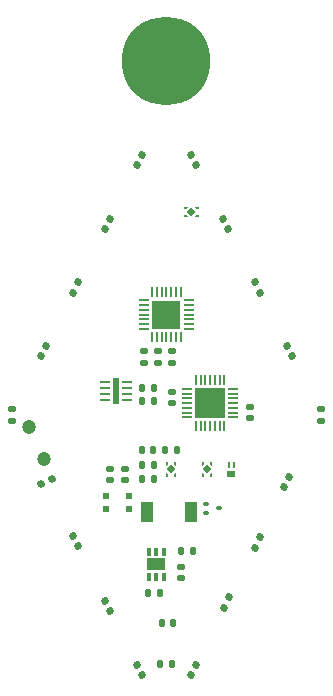
<source format=gbr>
%TF.GenerationSoftware,KiCad,Pcbnew,8.0.3*%
%TF.CreationDate,2024-06-16T19:36:31+02:00*%
%TF.ProjectId,jewelled_lc1,6a657765-6c6c-4656-945f-6c63312e6b69,rev?*%
%TF.SameCoordinates,Original*%
%TF.FileFunction,Soldermask,Top*%
%TF.FilePolarity,Negative*%
%FSLAX45Y45*%
G04 Gerber Fmt 4.5, Leading zero omitted, Abs format (unit mm)*
G04 Created by KiCad (PCBNEW 8.0.3) date 2024-06-16 19:36:31*
%MOMM*%
%LPD*%
G01*
G04 APERTURE LIST*
G04 Aperture macros list*
%AMRoundRect*
0 Rectangle with rounded corners*
0 $1 Rounding radius*
0 $2 $3 $4 $5 $6 $7 $8 $9 X,Y pos of 4 corners*
0 Add a 4 corners polygon primitive as box body*
4,1,4,$2,$3,$4,$5,$6,$7,$8,$9,$2,$3,0*
0 Add four circle primitives for the rounded corners*
1,1,$1+$1,$2,$3*
1,1,$1+$1,$4,$5*
1,1,$1+$1,$6,$7*
1,1,$1+$1,$8,$9*
0 Add four rect primitives between the rounded corners*
20,1,$1+$1,$2,$3,$4,$5,0*
20,1,$1+$1,$4,$5,$6,$7,0*
20,1,$1+$1,$6,$7,$8,$9,0*
20,1,$1+$1,$8,$9,$2,$3,0*%
%AMRotRect*
0 Rectangle, with rotation*
0 The origin of the aperture is its center*
0 $1 length*
0 $2 width*
0 $3 Rotation angle, in degrees counterclockwise*
0 Add horizontal line*
21,1,$1,$2,0,0,$3*%
%AMFreePoly0*
4,1,5,0.110000,-0.125000,-0.110000,-0.125000,-0.110000,0.125000,0.360000,0.125000,0.110000,-0.125000,0.110000,-0.125000,$1*%
%AMFreePoly1*
4,1,6,0.290000,-0.055000,0.290000,-0.125000,-0.110000,-0.125000,-0.110000,0.125000,0.110000,0.125000,0.290000,-0.055000,0.290000,-0.055000,$1*%
%AMFreePoly2*
4,1,7,0.110000,-0.125000,-0.110000,-0.125000,-0.290000,-0.125000,-0.290000,-0.055000,-0.110000,0.125000,0.110000,0.125000,0.110000,-0.125000,0.110000,-0.125000,$1*%
%AMFreePoly3*
4,1,6,0.110000,-0.125000,-0.110000,-0.125000,-0.290000,0.055000,-0.290000,0.125000,0.110000,0.125000,0.110000,-0.125000,0.110000,-0.125000,$1*%
G04 Aperture macros list end*
%ADD10RoundRect,0.147500X0.220286X-0.054649X0.088197X0.209126X-0.220286X0.054649X-0.088197X-0.209126X0*%
%ADD11RoundRect,0.100000X-0.125000X-0.100000X0.125000X-0.100000X0.125000X0.100000X-0.125000X0.100000X0*%
%ADD12R,0.350000X0.650000*%
%ADD13R,1.600000X1.000000*%
%ADD14RoundRect,0.147500X0.088197X-0.209126X0.220286X0.054649X-0.088197X0.209126X-0.220286X-0.054649X0*%
%ADD15RoundRect,0.147500X0.172500X-0.147500X0.172500X0.147500X-0.172500X0.147500X-0.172500X-0.147500X0*%
%ADD16RoundRect,0.135000X-0.135000X-0.185000X0.135000X-0.185000X0.135000X0.185000X-0.135000X0.185000X0*%
%ADD17RoundRect,0.140000X0.170000X-0.140000X0.170000X0.140000X-0.170000X0.140000X-0.170000X-0.140000X0*%
%ADD18FreePoly0,270.000000*%
%ADD19FreePoly1,270.000000*%
%ADD20FreePoly2,270.000000*%
%ADD21FreePoly3,270.000000*%
%ADD22RotRect,0.480000X0.480000X315.000000*%
%ADD23RoundRect,0.140000X-0.170000X0.140000X-0.170000X-0.140000X0.170000X-0.140000X0.170000X0.140000X0*%
%ADD24RoundRect,0.140000X-0.140000X-0.170000X0.140000X-0.170000X0.140000X0.170000X-0.140000X0.170000X0*%
%ADD25RoundRect,0.135000X-0.185000X0.135000X-0.185000X-0.135000X0.185000X-0.135000X0.185000X0.135000X0*%
%ADD26R,0.200000X0.500000*%
%ADD27R,0.650000X0.500000*%
%ADD28RoundRect,0.147500X0.054649X0.220286X-0.209126X0.088197X-0.054649X-0.220286X0.209126X-0.088197X0*%
%ADD29RoundRect,0.135000X0.135000X0.185000X-0.135000X0.185000X-0.135000X-0.185000X0.135000X-0.185000X0*%
%ADD30C,4.700000*%
%ADD31C,7.500000*%
%ADD32RoundRect,0.062500X-0.372500X-0.062500X0.372500X-0.062500X0.372500X0.062500X-0.372500X0.062500X0*%
%ADD33R,0.610000X2.200000*%
%ADD34FreePoly0,0.000000*%
%ADD35FreePoly1,0.000000*%
%ADD36FreePoly2,0.000000*%
%ADD37FreePoly3,0.000000*%
%ADD38RotRect,0.480000X0.480000X45.000000*%
%ADD39RoundRect,0.140000X0.140000X0.170000X-0.140000X0.170000X-0.140000X-0.170000X0.140000X-0.170000X0*%
%ADD40R,1.100000X1.800000*%
%ADD41R,0.540000X0.600000*%
%ADD42RoundRect,0.050000X-0.387500X-0.050000X0.387500X-0.050000X0.387500X0.050000X-0.387500X0.050000X0*%
%ADD43RoundRect,0.050000X-0.050000X-0.387500X0.050000X-0.387500X0.050000X0.387500X-0.050000X0.387500X0*%
%ADD44R,2.600000X2.600000*%
%ADD45RoundRect,0.062500X0.062500X-0.350000X0.062500X0.350000X-0.062500X0.350000X-0.062500X-0.350000X0*%
%ADD46RoundRect,0.062500X0.350000X-0.062500X0.350000X0.062500X-0.350000X0.062500X-0.350000X-0.062500X0*%
%ADD47R,2.400000X2.400000*%
%ADD48C,1.200000*%
G04 APERTURE END LIST*
D10*
%TO.C,D8*%
X15221716Y-8873367D03*
X15178284Y-8786634D03*
%TD*%
D11*
%TO.C,D19*%
X15032500Y-11200000D03*
X15032500Y-11280000D03*
X15147500Y-11240000D03*
%TD*%
D12*
%TO.C,U4*%
X14550000Y-11820000D03*
X14615000Y-11820000D03*
X14680000Y-11820000D03*
X14680000Y-11610000D03*
X14615000Y-11610000D03*
X14550000Y-11610000D03*
D13*
X14615000Y-11715000D03*
%TD*%
D14*
%TO.C,D11*%
X14178284Y-8873367D03*
X14221716Y-8786634D03*
%TD*%
D15*
%TO.C,D14*%
X13390000Y-10498500D03*
X13390000Y-10401500D03*
%TD*%
D16*
%TO.C,R4*%
X14544000Y-11955000D03*
X14646000Y-11955000D03*
%TD*%
D17*
%TO.C,C7*%
X14345000Y-11003000D03*
X14345000Y-10907000D03*
%TD*%
%TO.C,C9*%
X14225000Y-11003000D03*
X14225000Y-10907000D03*
%TD*%
D14*
%TO.C,D13*%
X13638284Y-9953367D03*
X13681716Y-9866634D03*
%TD*%
D18*
%TO.C,U2*%
X14772500Y-10856000D03*
D19*
X14707500Y-10856000D03*
D20*
X14707500Y-10964000D03*
D21*
X14772500Y-10964000D03*
D22*
X14740000Y-10910000D03*
%TD*%
D23*
%TO.C,C11*%
X14510000Y-9912000D03*
X14510000Y-10008000D03*
%TD*%
D16*
%TO.C,R3*%
X14489000Y-10870000D03*
X14591000Y-10870000D03*
%TD*%
D10*
%TO.C,D16*%
X13948466Y-11563366D03*
X13905034Y-11476633D03*
%TD*%
D24*
%TO.C,C5*%
X14492000Y-10750000D03*
X14588000Y-10750000D03*
%TD*%
D18*
%TO.C,U8*%
X15077500Y-10856000D03*
D19*
X15012500Y-10856000D03*
D20*
X15012500Y-10964000D03*
D21*
X15077500Y-10964000D03*
D22*
X15045000Y-10910000D03*
%TD*%
D24*
%TO.C,C1*%
X14647000Y-12555000D03*
X14743000Y-12555000D03*
%TD*%
D25*
%TO.C,R1*%
X14750000Y-9909000D03*
X14750000Y-10011000D03*
%TD*%
D26*
%TO.C,Q2*%
X15272500Y-10872500D03*
X15227500Y-10872500D03*
D27*
X15250000Y-10947500D03*
%TD*%
D14*
%TO.C,D12*%
X13908284Y-9413367D03*
X13951716Y-9326634D03*
%TD*%
D23*
%TO.C,C10*%
X14630000Y-9912000D03*
X14630000Y-10008000D03*
%TD*%
D28*
%TO.C,D15*%
X13728366Y-10993284D03*
X13641633Y-11036716D03*
%TD*%
D10*
%TO.C,D7*%
X15491716Y-9413367D03*
X15448284Y-9326634D03*
%TD*%
D17*
%TO.C,C3*%
X14825000Y-11833000D03*
X14825000Y-11737000D03*
%TD*%
D14*
%TO.C,D3*%
X15448284Y-11573366D03*
X15491716Y-11486633D03*
%TD*%
D24*
%TO.C,C6*%
X14827000Y-11605000D03*
X14923000Y-11605000D03*
%TD*%
D10*
%TO.C,D9*%
X14951716Y-8333366D03*
X14908284Y-8246633D03*
%TD*%
%TO.C,D17*%
X14221716Y-12113366D03*
X14178284Y-12026633D03*
%TD*%
D14*
%TO.C,D10*%
X14448284Y-8333366D03*
X14491716Y-8246633D03*
%TD*%
D23*
%TO.C,C8*%
X15410000Y-10382000D03*
X15410000Y-10478000D03*
%TD*%
D29*
%TO.C,R5*%
X14596000Y-10335000D03*
X14494000Y-10335000D03*
%TD*%
D30*
%TO.C,H1*%
X14700000Y-7450000D03*
D31*
X14700000Y-7450000D03*
%TD*%
D24*
%TO.C,C2*%
X14662000Y-12210000D03*
X14758000Y-12210000D03*
%TD*%
D14*
%TO.C,D4*%
X15693284Y-11058367D03*
X15736716Y-10971634D03*
%TD*%
D32*
%TO.C,U6*%
X14177750Y-10175000D03*
X14177750Y-10225000D03*
X14177750Y-10275000D03*
X14177750Y-10325000D03*
X14365750Y-10325000D03*
X14365750Y-10275000D03*
X14365750Y-10225000D03*
X14365750Y-10175000D03*
D33*
X14271750Y-10250000D03*
%TD*%
D10*
%TO.C,D18*%
X14491716Y-12653366D03*
X14448284Y-12566633D03*
%TD*%
D29*
%TO.C,R6*%
X14596000Y-10225000D03*
X14494000Y-10225000D03*
%TD*%
D34*
%TO.C,U5*%
X14856000Y-8697500D03*
D35*
X14856000Y-8762500D03*
D36*
X14964000Y-8762500D03*
D37*
X14964000Y-8697500D03*
D38*
X14910000Y-8730000D03*
%TD*%
D10*
%TO.C,D6*%
X15761716Y-9953367D03*
X15718284Y-9866634D03*
%TD*%
D17*
%TO.C,C12*%
X14750000Y-10348000D03*
X14750000Y-10252000D03*
%TD*%
D39*
%TO.C,C4*%
X14788000Y-10750000D03*
X14692000Y-10750000D03*
%TD*%
D15*
%TO.C,D5*%
X16010000Y-10498500D03*
X16010000Y-10401500D03*
%TD*%
D14*
%TO.C,D2*%
X15186567Y-12081733D03*
X15230000Y-11995000D03*
%TD*%
D40*
%TO.C,BZ1*%
X14535000Y-11270000D03*
X14905000Y-11270000D03*
%TD*%
D14*
%TO.C,D1*%
X14908284Y-12653366D03*
X14951716Y-12566633D03*
%TD*%
D41*
%TO.C,U7*%
X14381500Y-11137500D03*
X14188500Y-11137500D03*
X14188500Y-11242500D03*
X14381500Y-11242500D03*
%TD*%
D29*
%TO.C,R2*%
X14591000Y-10990000D03*
X14489000Y-10990000D03*
%TD*%
D42*
%TO.C,U3*%
X14876250Y-10230000D03*
X14876250Y-10270000D03*
X14876250Y-10310000D03*
X14876250Y-10350000D03*
X14876250Y-10390000D03*
X14876250Y-10430000D03*
X14876250Y-10470000D03*
D43*
X14950000Y-10543750D03*
X14990000Y-10543750D03*
X15030000Y-10543750D03*
X15070000Y-10543750D03*
X15110000Y-10543750D03*
X15150000Y-10543750D03*
X15190000Y-10543750D03*
D42*
X15263750Y-10470000D03*
X15263750Y-10430000D03*
X15263750Y-10390000D03*
X15263750Y-10350000D03*
X15263750Y-10310000D03*
X15263750Y-10270000D03*
X15263750Y-10230000D03*
D43*
X15190000Y-10156250D03*
X15150000Y-10156250D03*
X15110000Y-10156250D03*
X15070000Y-10156250D03*
X15030000Y-10156250D03*
X14990000Y-10156250D03*
X14950000Y-10156250D03*
D44*
X15070000Y-10350000D03*
%TD*%
D45*
%TO.C,U1*%
X14580000Y-9793750D03*
X14620000Y-9793750D03*
X14660000Y-9793750D03*
X14700000Y-9793750D03*
X14740000Y-9793750D03*
X14780000Y-9793750D03*
X14820000Y-9793750D03*
D46*
X14893750Y-9720000D03*
X14893750Y-9680000D03*
X14893750Y-9640000D03*
X14893750Y-9600000D03*
X14893750Y-9560000D03*
X14893750Y-9520000D03*
X14893750Y-9480000D03*
D45*
X14820000Y-9406250D03*
X14780000Y-9406250D03*
X14740000Y-9406250D03*
X14700000Y-9406250D03*
X14660000Y-9406250D03*
X14620000Y-9406250D03*
X14580000Y-9406250D03*
D46*
X14506250Y-9480000D03*
X14506250Y-9520000D03*
X14506250Y-9560000D03*
X14506250Y-9600000D03*
X14506250Y-9640000D03*
X14506250Y-9680000D03*
X14506250Y-9720000D03*
D47*
X14700000Y-9600000D03*
%TD*%
D48*
%TO.C,SW3*%
X13667164Y-10824123D03*
X13532836Y-10555877D03*
%TD*%
M02*

</source>
